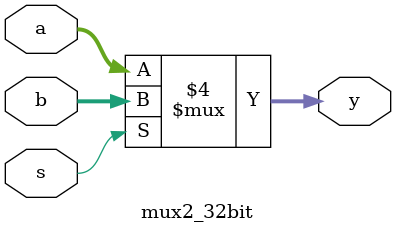
<source format=v>
module mux2_32bit(a, b, s, y);

	// input ports & output port
	input [31:0] a, b;
	input s;
	output reg [31:0] y;
	
	always @ (*) begin
		if(s == 1'b0) y <= a;
		else y <= b;
	end
	
endmodule

</source>
